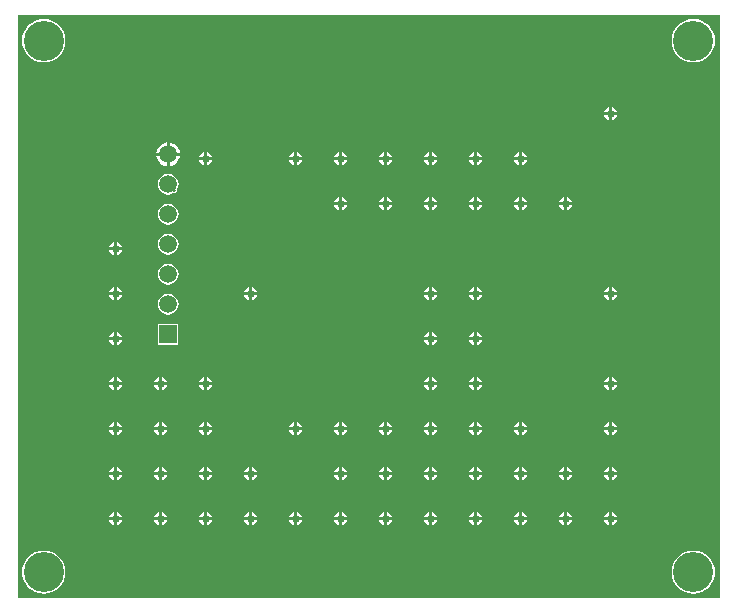
<source format=gbl>
G04*
G04 #@! TF.GenerationSoftware,Altium Limited,Altium Designer,18.1.6 (161)*
G04*
G04 Layer_Physical_Order=2*
G04 Layer_Color=16711680*
%FSLAX25Y25*%
%MOIN*%
G70*
G01*
G75*
%ADD13C,0.01000*%
%ADD36C,0.05906*%
%ADD37R,0.05906X0.05906*%
%ADD38C,0.02500*%
%ADD39C,0.13386*%
G36*
X471329Y168435D02*
X237332D01*
Y363061D01*
X471329D01*
Y168435D01*
D02*
G37*
%LPC*%
G36*
X462598Y361558D02*
X461188Y361420D01*
X459832Y361008D01*
X458583Y360340D01*
X457488Y359441D01*
X456589Y358346D01*
X455921Y357097D01*
X455510Y355741D01*
X455371Y354331D01*
X455510Y352921D01*
X455921Y351565D01*
X456589Y350315D01*
X457488Y349220D01*
X458583Y348321D01*
X459832Y347653D01*
X461188Y347242D01*
X462598Y347103D01*
X464009Y347242D01*
X465364Y347653D01*
X466614Y348321D01*
X467709Y349220D01*
X468608Y350315D01*
X469276Y351565D01*
X469687Y352921D01*
X469826Y354331D01*
X469687Y355741D01*
X469276Y357097D01*
X468608Y358346D01*
X467709Y359441D01*
X466614Y360340D01*
X465364Y361008D01*
X464009Y361420D01*
X462598Y361558D01*
D02*
G37*
G36*
X246063D02*
X244653Y361420D01*
X243297Y361008D01*
X242048Y360340D01*
X240952Y359441D01*
X240053Y358346D01*
X239386Y357097D01*
X238974Y355741D01*
X238835Y354331D01*
X238974Y352921D01*
X239386Y351565D01*
X240053Y350315D01*
X240952Y349220D01*
X242048Y348321D01*
X243297Y347653D01*
X244653Y347242D01*
X246063Y347103D01*
X247473Y347242D01*
X248829Y347653D01*
X250079Y348321D01*
X251174Y349220D01*
X252073Y350315D01*
X252741Y351565D01*
X253152Y352921D01*
X253291Y354331D01*
X253152Y355741D01*
X252741Y357097D01*
X252073Y358346D01*
X251174Y359441D01*
X250079Y360340D01*
X248829Y361008D01*
X247473Y361420D01*
X246063Y361558D01*
D02*
G37*
G36*
X435500Y332195D02*
Y330500D01*
X437195D01*
X437119Y330878D01*
X436622Y331622D01*
X435878Y332119D01*
X435500Y332195D01*
D02*
G37*
G36*
X434500D02*
X434122Y332119D01*
X433378Y331622D01*
X432881Y330878D01*
X432805Y330500D01*
X434500D01*
Y332195D01*
D02*
G37*
G36*
X437195Y329500D02*
X435500D01*
Y327805D01*
X435878Y327881D01*
X436622Y328378D01*
X437119Y329122D01*
X437195Y329500D01*
D02*
G37*
G36*
X434500D02*
X432805D01*
X432881Y329122D01*
X433378Y328378D01*
X434122Y327881D01*
X434500Y327805D01*
Y329500D01*
D02*
G37*
G36*
X288000Y320421D02*
Y317000D01*
X291421D01*
X291351Y317532D01*
X290953Y318493D01*
X290319Y319319D01*
X289493Y319953D01*
X288532Y320351D01*
X288000Y320421D01*
D02*
G37*
G36*
X287000D02*
X286468Y320351D01*
X285507Y319953D01*
X284681Y319319D01*
X284047Y318493D01*
X283649Y317532D01*
X283579Y317000D01*
X287000D01*
Y320421D01*
D02*
G37*
G36*
X405500Y317195D02*
Y315500D01*
X407195D01*
X407120Y315878D01*
X406622Y316622D01*
X405878Y317120D01*
X405500Y317195D01*
D02*
G37*
G36*
X404500D02*
X404122Y317120D01*
X403378Y316622D01*
X402880Y315878D01*
X402805Y315500D01*
X404500D01*
Y317195D01*
D02*
G37*
G36*
X390500D02*
Y315500D01*
X392195D01*
X392120Y315878D01*
X391622Y316622D01*
X390878Y317120D01*
X390500Y317195D01*
D02*
G37*
G36*
X389500D02*
X389122Y317120D01*
X388378Y316622D01*
X387880Y315878D01*
X387805Y315500D01*
X389500D01*
Y317195D01*
D02*
G37*
G36*
X375500D02*
Y315500D01*
X377195D01*
X377119Y315878D01*
X376622Y316622D01*
X375878Y317120D01*
X375500Y317195D01*
D02*
G37*
G36*
X374500D02*
X374122Y317120D01*
X373378Y316622D01*
X372881Y315878D01*
X372805Y315500D01*
X374500D01*
Y317195D01*
D02*
G37*
G36*
X360500D02*
Y315500D01*
X362195D01*
X362120Y315878D01*
X361622Y316622D01*
X360878Y317120D01*
X360500Y317195D01*
D02*
G37*
G36*
X359500D02*
X359122Y317120D01*
X358378Y316622D01*
X357880Y315878D01*
X357805Y315500D01*
X359500D01*
Y317195D01*
D02*
G37*
G36*
X345500D02*
Y315500D01*
X347195D01*
X347119Y315878D01*
X346622Y316622D01*
X345878Y317120D01*
X345500Y317195D01*
D02*
G37*
G36*
X344500D02*
X344122Y317120D01*
X343378Y316622D01*
X342881Y315878D01*
X342805Y315500D01*
X344500D01*
Y317195D01*
D02*
G37*
G36*
X330500D02*
Y315500D01*
X332195D01*
X332119Y315878D01*
X331622Y316622D01*
X330878Y317120D01*
X330500Y317195D01*
D02*
G37*
G36*
X329500D02*
X329122Y317120D01*
X328378Y316622D01*
X327881Y315878D01*
X327805Y315500D01*
X329500D01*
Y317195D01*
D02*
G37*
G36*
X300500D02*
Y315500D01*
X302195D01*
X302119Y315878D01*
X301622Y316622D01*
X300878Y317120D01*
X300500Y317195D01*
D02*
G37*
G36*
X299500D02*
X299122Y317120D01*
X298378Y316622D01*
X297881Y315878D01*
X297805Y315500D01*
X299500D01*
Y317195D01*
D02*
G37*
G36*
X407195Y314500D02*
X405500D01*
Y312805D01*
X405878Y312880D01*
X406622Y313378D01*
X407120Y314122D01*
X407195Y314500D01*
D02*
G37*
G36*
X404500D02*
X402805D01*
X402880Y314122D01*
X403378Y313378D01*
X404122Y312880D01*
X404500Y312805D01*
Y314500D01*
D02*
G37*
G36*
X392195D02*
X390500D01*
Y312805D01*
X390878Y312880D01*
X391622Y313378D01*
X392120Y314122D01*
X392195Y314500D01*
D02*
G37*
G36*
X389500D02*
X387805D01*
X387880Y314122D01*
X388378Y313378D01*
X389122Y312880D01*
X389500Y312805D01*
Y314500D01*
D02*
G37*
G36*
X377195D02*
X375500D01*
Y312805D01*
X375878Y312880D01*
X376622Y313378D01*
X377119Y314122D01*
X377195Y314500D01*
D02*
G37*
G36*
X374500D02*
X372805D01*
X372881Y314122D01*
X373378Y313378D01*
X374122Y312880D01*
X374500Y312805D01*
Y314500D01*
D02*
G37*
G36*
X362195D02*
X360500D01*
Y312805D01*
X360878Y312880D01*
X361622Y313378D01*
X362120Y314122D01*
X362195Y314500D01*
D02*
G37*
G36*
X359500D02*
X357805D01*
X357880Y314122D01*
X358378Y313378D01*
X359122Y312880D01*
X359500Y312805D01*
Y314500D01*
D02*
G37*
G36*
X347195D02*
X345500D01*
Y312805D01*
X345878Y312880D01*
X346622Y313378D01*
X347119Y314122D01*
X347195Y314500D01*
D02*
G37*
G36*
X344500D02*
X342805D01*
X342881Y314122D01*
X343378Y313378D01*
X344122Y312880D01*
X344500Y312805D01*
Y314500D01*
D02*
G37*
G36*
X332195D02*
X330500D01*
Y312805D01*
X330878Y312880D01*
X331622Y313378D01*
X332119Y314122D01*
X332195Y314500D01*
D02*
G37*
G36*
X329500D02*
X327805D01*
X327881Y314122D01*
X328378Y313378D01*
X329122Y312880D01*
X329500Y312805D01*
Y314500D01*
D02*
G37*
G36*
X302195D02*
X300500D01*
Y312805D01*
X300878Y312880D01*
X301622Y313378D01*
X302119Y314122D01*
X302195Y314500D01*
D02*
G37*
G36*
X299500D02*
X297805D01*
X297881Y314122D01*
X298378Y313378D01*
X299122Y312880D01*
X299500Y312805D01*
Y314500D01*
D02*
G37*
G36*
X291421Y316000D02*
X288000D01*
Y312579D01*
X288532Y312649D01*
X289493Y313047D01*
X290319Y313681D01*
X290953Y314507D01*
X291351Y315468D01*
X291421Y316000D01*
D02*
G37*
G36*
X287000D02*
X283579D01*
X283649Y315468D01*
X284047Y314507D01*
X284681Y313681D01*
X285507Y313047D01*
X286468Y312649D01*
X287000Y312579D01*
Y316000D01*
D02*
G37*
G36*
X287500Y309982D02*
X286599Y309864D01*
X285759Y309516D01*
X285037Y308962D01*
X284484Y308241D01*
X284136Y307401D01*
X284017Y306500D01*
X284136Y305599D01*
X284484Y304759D01*
X285037Y304037D01*
X285759Y303484D01*
X286599Y303136D01*
X287500Y303017D01*
X288401Y303136D01*
X289241Y303484D01*
X289291Y303522D01*
X289500Y303480D01*
X289890Y303558D01*
X290221Y303779D01*
X290442Y304110D01*
X290520Y304500D01*
X290478Y304709D01*
X290516Y304759D01*
X290864Y305599D01*
X290983Y306500D01*
X290864Y307401D01*
X290516Y308241D01*
X289963Y308962D01*
X289241Y309516D01*
X288401Y309864D01*
X287500Y309982D01*
D02*
G37*
G36*
X420500Y302195D02*
Y300500D01*
X422195D01*
X422119Y300878D01*
X421622Y301622D01*
X420878Y302119D01*
X420500Y302195D01*
D02*
G37*
G36*
X419500D02*
X419122Y302119D01*
X418378Y301622D01*
X417881Y300878D01*
X417805Y300500D01*
X419500D01*
Y302195D01*
D02*
G37*
G36*
X405500D02*
Y300500D01*
X407195D01*
X407120Y300878D01*
X406622Y301622D01*
X405878Y302119D01*
X405500Y302195D01*
D02*
G37*
G36*
X404500D02*
X404122Y302119D01*
X403378Y301622D01*
X402880Y300878D01*
X402805Y300500D01*
X404500D01*
Y302195D01*
D02*
G37*
G36*
X390500D02*
Y300500D01*
X392195D01*
X392120Y300878D01*
X391622Y301622D01*
X390878Y302119D01*
X390500Y302195D01*
D02*
G37*
G36*
X389500D02*
X389122Y302119D01*
X388378Y301622D01*
X387880Y300878D01*
X387805Y300500D01*
X389500D01*
Y302195D01*
D02*
G37*
G36*
X375500D02*
Y300500D01*
X377195D01*
X377119Y300878D01*
X376622Y301622D01*
X375878Y302119D01*
X375500Y302195D01*
D02*
G37*
G36*
X374500D02*
X374122Y302119D01*
X373378Y301622D01*
X372881Y300878D01*
X372805Y300500D01*
X374500D01*
Y302195D01*
D02*
G37*
G36*
X360500D02*
Y300500D01*
X362195D01*
X362120Y300878D01*
X361622Y301622D01*
X360878Y302119D01*
X360500Y302195D01*
D02*
G37*
G36*
X359500D02*
X359122Y302119D01*
X358378Y301622D01*
X357880Y300878D01*
X357805Y300500D01*
X359500D01*
Y302195D01*
D02*
G37*
G36*
X345500D02*
Y300500D01*
X347195D01*
X347119Y300878D01*
X346622Y301622D01*
X345878Y302119D01*
X345500Y302195D01*
D02*
G37*
G36*
X344500D02*
X344122Y302119D01*
X343378Y301622D01*
X342881Y300878D01*
X342805Y300500D01*
X344500D01*
Y302195D01*
D02*
G37*
G36*
X422195Y299500D02*
X420500D01*
Y297805D01*
X420878Y297881D01*
X421622Y298378D01*
X422119Y299122D01*
X422195Y299500D01*
D02*
G37*
G36*
X419500D02*
X417805D01*
X417881Y299122D01*
X418378Y298378D01*
X419122Y297881D01*
X419500Y297805D01*
Y299500D01*
D02*
G37*
G36*
X407195D02*
X405500D01*
Y297805D01*
X405878Y297881D01*
X406622Y298378D01*
X407120Y299122D01*
X407195Y299500D01*
D02*
G37*
G36*
X404500D02*
X402805D01*
X402880Y299122D01*
X403378Y298378D01*
X404122Y297881D01*
X404500Y297805D01*
Y299500D01*
D02*
G37*
G36*
X392195D02*
X390500D01*
Y297805D01*
X390878Y297881D01*
X391622Y298378D01*
X392120Y299122D01*
X392195Y299500D01*
D02*
G37*
G36*
X389500D02*
X387805D01*
X387880Y299122D01*
X388378Y298378D01*
X389122Y297881D01*
X389500Y297805D01*
Y299500D01*
D02*
G37*
G36*
X377195D02*
X375500D01*
Y297805D01*
X375878Y297881D01*
X376622Y298378D01*
X377119Y299122D01*
X377195Y299500D01*
D02*
G37*
G36*
X374500D02*
X372805D01*
X372881Y299122D01*
X373378Y298378D01*
X374122Y297881D01*
X374500Y297805D01*
Y299500D01*
D02*
G37*
G36*
X362195D02*
X360500D01*
Y297805D01*
X360878Y297881D01*
X361622Y298378D01*
X362120Y299122D01*
X362195Y299500D01*
D02*
G37*
G36*
X359500D02*
X357805D01*
X357880Y299122D01*
X358378Y298378D01*
X359122Y297881D01*
X359500Y297805D01*
Y299500D01*
D02*
G37*
G36*
X347195D02*
X345500D01*
Y297805D01*
X345878Y297881D01*
X346622Y298378D01*
X347119Y299122D01*
X347195Y299500D01*
D02*
G37*
G36*
X344500D02*
X342805D01*
X342881Y299122D01*
X343378Y298378D01*
X344122Y297881D01*
X344500Y297805D01*
Y299500D01*
D02*
G37*
G36*
X287500Y299983D02*
X286599Y299864D01*
X285759Y299516D01*
X285037Y298962D01*
X284484Y298241D01*
X284136Y297401D01*
X284017Y296500D01*
X284136Y295599D01*
X284484Y294759D01*
X285037Y294038D01*
X285759Y293484D01*
X286599Y293136D01*
X287500Y293018D01*
X288401Y293136D01*
X289241Y293484D01*
X289963Y294038D01*
X290516Y294759D01*
X290864Y295599D01*
X290983Y296500D01*
X290864Y297401D01*
X290516Y298241D01*
X289963Y298962D01*
X289241Y299516D01*
X288401Y299864D01*
X287500Y299983D01*
D02*
G37*
G36*
X270500Y287195D02*
Y285500D01*
X272195D01*
X272119Y285878D01*
X271622Y286622D01*
X270878Y287120D01*
X270500Y287195D01*
D02*
G37*
G36*
X269500D02*
X269122Y287120D01*
X268378Y286622D01*
X267881Y285878D01*
X267805Y285500D01*
X269500D01*
Y287195D01*
D02*
G37*
G36*
X287500Y289983D02*
X286599Y289864D01*
X285759Y289516D01*
X285037Y288963D01*
X284484Y288241D01*
X284136Y287401D01*
X284017Y286500D01*
X284136Y285599D01*
X284484Y284759D01*
X285037Y284037D01*
X285759Y283484D01*
X286599Y283136D01*
X287500Y283017D01*
X288401Y283136D01*
X289241Y283484D01*
X289963Y284037D01*
X290516Y284759D01*
X290864Y285599D01*
X290983Y286500D01*
X290864Y287401D01*
X290516Y288241D01*
X289963Y288963D01*
X289241Y289516D01*
X288401Y289864D01*
X287500Y289983D01*
D02*
G37*
G36*
X272195Y284500D02*
X270500D01*
Y282805D01*
X270878Y282880D01*
X271622Y283378D01*
X272119Y284122D01*
X272195Y284500D01*
D02*
G37*
G36*
X269500D02*
X267805D01*
X267881Y284122D01*
X268378Y283378D01*
X269122Y282880D01*
X269500Y282805D01*
Y284500D01*
D02*
G37*
G36*
X287500Y279982D02*
X286599Y279864D01*
X285759Y279516D01*
X285037Y278962D01*
X284484Y278241D01*
X284136Y277401D01*
X284017Y276500D01*
X284136Y275599D01*
X284484Y274759D01*
X285037Y274038D01*
X285759Y273484D01*
X286599Y273136D01*
X287500Y273018D01*
X288401Y273136D01*
X289241Y273484D01*
X289963Y274038D01*
X290516Y274759D01*
X290864Y275599D01*
X290983Y276500D01*
X290864Y277401D01*
X290516Y278241D01*
X289963Y278962D01*
X289241Y279516D01*
X288401Y279864D01*
X287500Y279982D01*
D02*
G37*
G36*
X435500Y272195D02*
Y270500D01*
X437195D01*
X437119Y270878D01*
X436622Y271622D01*
X435878Y272119D01*
X435500Y272195D01*
D02*
G37*
G36*
X434500D02*
X434122Y272119D01*
X433378Y271622D01*
X432881Y270878D01*
X432805Y270500D01*
X434500D01*
Y272195D01*
D02*
G37*
G36*
X390500D02*
Y270500D01*
X392195D01*
X392120Y270878D01*
X391622Y271622D01*
X390878Y272119D01*
X390500Y272195D01*
D02*
G37*
G36*
X389500D02*
X389122Y272119D01*
X388378Y271622D01*
X387880Y270878D01*
X387805Y270500D01*
X389500D01*
Y272195D01*
D02*
G37*
G36*
X375500D02*
Y270500D01*
X377195D01*
X377119Y270878D01*
X376622Y271622D01*
X375878Y272119D01*
X375500Y272195D01*
D02*
G37*
G36*
X374500D02*
X374122Y272119D01*
X373378Y271622D01*
X372881Y270878D01*
X372805Y270500D01*
X374500D01*
Y272195D01*
D02*
G37*
G36*
X315500D02*
Y270500D01*
X317195D01*
X317120Y270878D01*
X316622Y271622D01*
X315878Y272119D01*
X315500Y272195D01*
D02*
G37*
G36*
X314500D02*
X314122Y272119D01*
X313378Y271622D01*
X312880Y270878D01*
X312805Y270500D01*
X314500D01*
Y272195D01*
D02*
G37*
G36*
X270500D02*
Y270500D01*
X272195D01*
X272119Y270878D01*
X271622Y271622D01*
X270878Y272119D01*
X270500Y272195D01*
D02*
G37*
G36*
X269500D02*
X269122Y272119D01*
X268378Y271622D01*
X267881Y270878D01*
X267805Y270500D01*
X269500D01*
Y272195D01*
D02*
G37*
G36*
X437195Y269500D02*
X435500D01*
Y267805D01*
X435878Y267881D01*
X436622Y268378D01*
X437119Y269122D01*
X437195Y269500D01*
D02*
G37*
G36*
X434500D02*
X432805D01*
X432881Y269122D01*
X433378Y268378D01*
X434122Y267881D01*
X434500Y267805D01*
Y269500D01*
D02*
G37*
G36*
X392195D02*
X390500D01*
Y267805D01*
X390878Y267881D01*
X391622Y268378D01*
X392120Y269122D01*
X392195Y269500D01*
D02*
G37*
G36*
X389500D02*
X387805D01*
X387880Y269122D01*
X388378Y268378D01*
X389122Y267881D01*
X389500Y267805D01*
Y269500D01*
D02*
G37*
G36*
X377195D02*
X375500D01*
Y267805D01*
X375878Y267881D01*
X376622Y268378D01*
X377119Y269122D01*
X377195Y269500D01*
D02*
G37*
G36*
X374500D02*
X372805D01*
X372881Y269122D01*
X373378Y268378D01*
X374122Y267881D01*
X374500Y267805D01*
Y269500D01*
D02*
G37*
G36*
X317195D02*
X315500D01*
Y267805D01*
X315878Y267881D01*
X316622Y268378D01*
X317120Y269122D01*
X317195Y269500D01*
D02*
G37*
G36*
X314500D02*
X312805D01*
X312880Y269122D01*
X313378Y268378D01*
X314122Y267881D01*
X314500Y267805D01*
Y269500D01*
D02*
G37*
G36*
X272195D02*
X270500D01*
Y267805D01*
X270878Y267881D01*
X271622Y268378D01*
X272119Y269122D01*
X272195Y269500D01*
D02*
G37*
G36*
X269500D02*
X267805D01*
X267881Y269122D01*
X268378Y268378D01*
X269122Y267881D01*
X269500Y267805D01*
Y269500D01*
D02*
G37*
G36*
X287500Y269983D02*
X286599Y269864D01*
X285759Y269516D01*
X285037Y268963D01*
X284484Y268241D01*
X284136Y267401D01*
X284017Y266500D01*
X284136Y265599D01*
X284484Y264759D01*
X285037Y264037D01*
X285759Y263484D01*
X286599Y263136D01*
X287500Y263018D01*
X288401Y263136D01*
X289241Y263484D01*
X289963Y264037D01*
X290516Y264759D01*
X290864Y265599D01*
X290983Y266500D01*
X290864Y267401D01*
X290516Y268241D01*
X289963Y268963D01*
X289241Y269516D01*
X288401Y269864D01*
X287500Y269983D01*
D02*
G37*
G36*
X390500Y257195D02*
Y255500D01*
X392195D01*
X392120Y255878D01*
X391622Y256622D01*
X390878Y257119D01*
X390500Y257195D01*
D02*
G37*
G36*
X389500D02*
X389122Y257119D01*
X388378Y256622D01*
X387880Y255878D01*
X387805Y255500D01*
X389500D01*
Y257195D01*
D02*
G37*
G36*
X375500D02*
Y255500D01*
X377195D01*
X377119Y255878D01*
X376622Y256622D01*
X375878Y257119D01*
X375500Y257195D01*
D02*
G37*
G36*
X374500D02*
X374122Y257119D01*
X373378Y256622D01*
X372881Y255878D01*
X372805Y255500D01*
X374500D01*
Y257195D01*
D02*
G37*
G36*
X270500D02*
Y255500D01*
X272195D01*
X272119Y255878D01*
X271622Y256622D01*
X270878Y257119D01*
X270500Y257195D01*
D02*
G37*
G36*
X269500D02*
X269122Y257119D01*
X268378Y256622D01*
X267881Y255878D01*
X267805Y255500D01*
X269500D01*
Y257195D01*
D02*
G37*
G36*
X290953Y259953D02*
X284047D01*
Y253047D01*
X290953D01*
Y259953D01*
D02*
G37*
G36*
X392195Y254500D02*
X390500D01*
Y252805D01*
X390878Y252881D01*
X391622Y253378D01*
X392120Y254122D01*
X392195Y254500D01*
D02*
G37*
G36*
X389500D02*
X387805D01*
X387880Y254122D01*
X388378Y253378D01*
X389122Y252881D01*
X389500Y252805D01*
Y254500D01*
D02*
G37*
G36*
X377195D02*
X375500D01*
Y252805D01*
X375878Y252881D01*
X376622Y253378D01*
X377119Y254122D01*
X377195Y254500D01*
D02*
G37*
G36*
X374500D02*
X372805D01*
X372881Y254122D01*
X373378Y253378D01*
X374122Y252881D01*
X374500Y252805D01*
Y254500D01*
D02*
G37*
G36*
X272195D02*
X270500D01*
Y252805D01*
X270878Y252881D01*
X271622Y253378D01*
X272119Y254122D01*
X272195Y254500D01*
D02*
G37*
G36*
X269500D02*
X267805D01*
X267881Y254122D01*
X268378Y253378D01*
X269122Y252881D01*
X269500Y252805D01*
Y254500D01*
D02*
G37*
G36*
X435500Y242195D02*
Y240500D01*
X437195D01*
X437119Y240878D01*
X436622Y241622D01*
X435878Y242120D01*
X435500Y242195D01*
D02*
G37*
G36*
X434500D02*
X434122Y242120D01*
X433378Y241622D01*
X432881Y240878D01*
X432805Y240500D01*
X434500D01*
Y242195D01*
D02*
G37*
G36*
X390500D02*
Y240500D01*
X392195D01*
X392120Y240878D01*
X391622Y241622D01*
X390878Y242120D01*
X390500Y242195D01*
D02*
G37*
G36*
X389500D02*
X389122Y242120D01*
X388378Y241622D01*
X387880Y240878D01*
X387805Y240500D01*
X389500D01*
Y242195D01*
D02*
G37*
G36*
X375500D02*
Y240500D01*
X377195D01*
X377119Y240878D01*
X376622Y241622D01*
X375878Y242120D01*
X375500Y242195D01*
D02*
G37*
G36*
X374500D02*
X374122Y242120D01*
X373378Y241622D01*
X372881Y240878D01*
X372805Y240500D01*
X374500D01*
Y242195D01*
D02*
G37*
G36*
X300500D02*
Y240500D01*
X302195D01*
X302119Y240878D01*
X301622Y241622D01*
X300878Y242120D01*
X300500Y242195D01*
D02*
G37*
G36*
X299500D02*
X299122Y242120D01*
X298378Y241622D01*
X297881Y240878D01*
X297805Y240500D01*
X299500D01*
Y242195D01*
D02*
G37*
G36*
X285500D02*
Y240500D01*
X287195D01*
X287120Y240878D01*
X286622Y241622D01*
X285878Y242120D01*
X285500Y242195D01*
D02*
G37*
G36*
X284500D02*
X284122Y242120D01*
X283378Y241622D01*
X282880Y240878D01*
X282805Y240500D01*
X284500D01*
Y242195D01*
D02*
G37*
G36*
X270500D02*
Y240500D01*
X272195D01*
X272119Y240878D01*
X271622Y241622D01*
X270878Y242120D01*
X270500Y242195D01*
D02*
G37*
G36*
X269500D02*
X269122Y242120D01*
X268378Y241622D01*
X267881Y240878D01*
X267805Y240500D01*
X269500D01*
Y242195D01*
D02*
G37*
G36*
X437195Y239500D02*
X435500D01*
Y237805D01*
X435878Y237880D01*
X436622Y238378D01*
X437119Y239122D01*
X437195Y239500D01*
D02*
G37*
G36*
X434500D02*
X432805D01*
X432881Y239122D01*
X433378Y238378D01*
X434122Y237880D01*
X434500Y237805D01*
Y239500D01*
D02*
G37*
G36*
X392195D02*
X390500D01*
Y237805D01*
X390878Y237880D01*
X391622Y238378D01*
X392120Y239122D01*
X392195Y239500D01*
D02*
G37*
G36*
X389500D02*
X387805D01*
X387880Y239122D01*
X388378Y238378D01*
X389122Y237880D01*
X389500Y237805D01*
Y239500D01*
D02*
G37*
G36*
X377195D02*
X375500D01*
Y237805D01*
X375878Y237880D01*
X376622Y238378D01*
X377119Y239122D01*
X377195Y239500D01*
D02*
G37*
G36*
X374500D02*
X372805D01*
X372881Y239122D01*
X373378Y238378D01*
X374122Y237880D01*
X374500Y237805D01*
Y239500D01*
D02*
G37*
G36*
X302195D02*
X300500D01*
Y237805D01*
X300878Y237880D01*
X301622Y238378D01*
X302119Y239122D01*
X302195Y239500D01*
D02*
G37*
G36*
X299500D02*
X297805D01*
X297881Y239122D01*
X298378Y238378D01*
X299122Y237880D01*
X299500Y237805D01*
Y239500D01*
D02*
G37*
G36*
X287195D02*
X285500D01*
Y237805D01*
X285878Y237880D01*
X286622Y238378D01*
X287120Y239122D01*
X287195Y239500D01*
D02*
G37*
G36*
X284500D02*
X282805D01*
X282880Y239122D01*
X283378Y238378D01*
X284122Y237880D01*
X284500Y237805D01*
Y239500D01*
D02*
G37*
G36*
X272195D02*
X270500D01*
Y237805D01*
X270878Y237880D01*
X271622Y238378D01*
X272119Y239122D01*
X272195Y239500D01*
D02*
G37*
G36*
X269500D02*
X267805D01*
X267881Y239122D01*
X268378Y238378D01*
X269122Y237880D01*
X269500Y237805D01*
Y239500D01*
D02*
G37*
G36*
X435500Y227195D02*
Y225500D01*
X437195D01*
X437119Y225878D01*
X436622Y226622D01*
X435878Y227119D01*
X435500Y227195D01*
D02*
G37*
G36*
X434500D02*
X434122Y227119D01*
X433378Y226622D01*
X432881Y225878D01*
X432805Y225500D01*
X434500D01*
Y227195D01*
D02*
G37*
G36*
X405500D02*
Y225500D01*
X407195D01*
X407120Y225878D01*
X406622Y226622D01*
X405878Y227119D01*
X405500Y227195D01*
D02*
G37*
G36*
X404500D02*
X404122Y227119D01*
X403378Y226622D01*
X402880Y225878D01*
X402805Y225500D01*
X404500D01*
Y227195D01*
D02*
G37*
G36*
X390500D02*
Y225500D01*
X392195D01*
X392120Y225878D01*
X391622Y226622D01*
X390878Y227119D01*
X390500Y227195D01*
D02*
G37*
G36*
X389500D02*
X389122Y227119D01*
X388378Y226622D01*
X387880Y225878D01*
X387805Y225500D01*
X389500D01*
Y227195D01*
D02*
G37*
G36*
X375500D02*
Y225500D01*
X377195D01*
X377119Y225878D01*
X376622Y226622D01*
X375878Y227119D01*
X375500Y227195D01*
D02*
G37*
G36*
X374500D02*
X374122Y227119D01*
X373378Y226622D01*
X372881Y225878D01*
X372805Y225500D01*
X374500D01*
Y227195D01*
D02*
G37*
G36*
X360500D02*
Y225500D01*
X362195D01*
X362120Y225878D01*
X361622Y226622D01*
X360878Y227119D01*
X360500Y227195D01*
D02*
G37*
G36*
X359500D02*
X359122Y227119D01*
X358378Y226622D01*
X357880Y225878D01*
X357805Y225500D01*
X359500D01*
Y227195D01*
D02*
G37*
G36*
X345500D02*
Y225500D01*
X347195D01*
X347119Y225878D01*
X346622Y226622D01*
X345878Y227119D01*
X345500Y227195D01*
D02*
G37*
G36*
X344500D02*
X344122Y227119D01*
X343378Y226622D01*
X342881Y225878D01*
X342805Y225500D01*
X344500D01*
Y227195D01*
D02*
G37*
G36*
X330500D02*
Y225500D01*
X332195D01*
X332119Y225878D01*
X331622Y226622D01*
X330878Y227119D01*
X330500Y227195D01*
D02*
G37*
G36*
X329500D02*
X329122Y227119D01*
X328378Y226622D01*
X327881Y225878D01*
X327805Y225500D01*
X329500D01*
Y227195D01*
D02*
G37*
G36*
X300500D02*
Y225500D01*
X302195D01*
X302119Y225878D01*
X301622Y226622D01*
X300878Y227119D01*
X300500Y227195D01*
D02*
G37*
G36*
X299500D02*
X299122Y227119D01*
X298378Y226622D01*
X297881Y225878D01*
X297805Y225500D01*
X299500D01*
Y227195D01*
D02*
G37*
G36*
X285500D02*
Y225500D01*
X287195D01*
X287120Y225878D01*
X286622Y226622D01*
X285878Y227119D01*
X285500Y227195D01*
D02*
G37*
G36*
X284500D02*
X284122Y227119D01*
X283378Y226622D01*
X282880Y225878D01*
X282805Y225500D01*
X284500D01*
Y227195D01*
D02*
G37*
G36*
X270500D02*
Y225500D01*
X272195D01*
X272119Y225878D01*
X271622Y226622D01*
X270878Y227119D01*
X270500Y227195D01*
D02*
G37*
G36*
X269500D02*
X269122Y227119D01*
X268378Y226622D01*
X267881Y225878D01*
X267805Y225500D01*
X269500D01*
Y227195D01*
D02*
G37*
G36*
X437195Y224500D02*
X435500D01*
Y222805D01*
X435878Y222881D01*
X436622Y223378D01*
X437119Y224122D01*
X437195Y224500D01*
D02*
G37*
G36*
X434500D02*
X432805D01*
X432881Y224122D01*
X433378Y223378D01*
X434122Y222881D01*
X434500Y222805D01*
Y224500D01*
D02*
G37*
G36*
X407195D02*
X405500D01*
Y222805D01*
X405878Y222881D01*
X406622Y223378D01*
X407120Y224122D01*
X407195Y224500D01*
D02*
G37*
G36*
X404500D02*
X402805D01*
X402880Y224122D01*
X403378Y223378D01*
X404122Y222881D01*
X404500Y222805D01*
Y224500D01*
D02*
G37*
G36*
X392195D02*
X390500D01*
Y222805D01*
X390878Y222881D01*
X391622Y223378D01*
X392120Y224122D01*
X392195Y224500D01*
D02*
G37*
G36*
X389500D02*
X387805D01*
X387880Y224122D01*
X388378Y223378D01*
X389122Y222881D01*
X389500Y222805D01*
Y224500D01*
D02*
G37*
G36*
X377195D02*
X375500D01*
Y222805D01*
X375878Y222881D01*
X376622Y223378D01*
X377119Y224122D01*
X377195Y224500D01*
D02*
G37*
G36*
X374500D02*
X372805D01*
X372881Y224122D01*
X373378Y223378D01*
X374122Y222881D01*
X374500Y222805D01*
Y224500D01*
D02*
G37*
G36*
X362195D02*
X360500D01*
Y222805D01*
X360878Y222881D01*
X361622Y223378D01*
X362120Y224122D01*
X362195Y224500D01*
D02*
G37*
G36*
X359500D02*
X357805D01*
X357880Y224122D01*
X358378Y223378D01*
X359122Y222881D01*
X359500Y222805D01*
Y224500D01*
D02*
G37*
G36*
X347195D02*
X345500D01*
Y222805D01*
X345878Y222881D01*
X346622Y223378D01*
X347119Y224122D01*
X347195Y224500D01*
D02*
G37*
G36*
X344500D02*
X342805D01*
X342881Y224122D01*
X343378Y223378D01*
X344122Y222881D01*
X344500Y222805D01*
Y224500D01*
D02*
G37*
G36*
X332195D02*
X330500D01*
Y222805D01*
X330878Y222881D01*
X331622Y223378D01*
X332119Y224122D01*
X332195Y224500D01*
D02*
G37*
G36*
X329500D02*
X327805D01*
X327881Y224122D01*
X328378Y223378D01*
X329122Y222881D01*
X329500Y222805D01*
Y224500D01*
D02*
G37*
G36*
X302195D02*
X300500D01*
Y222805D01*
X300878Y222881D01*
X301622Y223378D01*
X302119Y224122D01*
X302195Y224500D01*
D02*
G37*
G36*
X299500D02*
X297805D01*
X297881Y224122D01*
X298378Y223378D01*
X299122Y222881D01*
X299500Y222805D01*
Y224500D01*
D02*
G37*
G36*
X287195D02*
X285500D01*
Y222805D01*
X285878Y222881D01*
X286622Y223378D01*
X287120Y224122D01*
X287195Y224500D01*
D02*
G37*
G36*
X284500D02*
X282805D01*
X282880Y224122D01*
X283378Y223378D01*
X284122Y222881D01*
X284500Y222805D01*
Y224500D01*
D02*
G37*
G36*
X272195D02*
X270500D01*
Y222805D01*
X270878Y222881D01*
X271622Y223378D01*
X272119Y224122D01*
X272195Y224500D01*
D02*
G37*
G36*
X269500D02*
X267805D01*
X267881Y224122D01*
X268378Y223378D01*
X269122Y222881D01*
X269500Y222805D01*
Y224500D01*
D02*
G37*
G36*
X435500Y212195D02*
Y210500D01*
X437195D01*
X437119Y210878D01*
X436622Y211622D01*
X435878Y212120D01*
X435500Y212195D01*
D02*
G37*
G36*
X434500D02*
X434122Y212120D01*
X433378Y211622D01*
X432881Y210878D01*
X432805Y210500D01*
X434500D01*
Y212195D01*
D02*
G37*
G36*
X420500D02*
Y210500D01*
X422195D01*
X422119Y210878D01*
X421622Y211622D01*
X420878Y212120D01*
X420500Y212195D01*
D02*
G37*
G36*
X419500D02*
X419122Y212120D01*
X418378Y211622D01*
X417881Y210878D01*
X417805Y210500D01*
X419500D01*
Y212195D01*
D02*
G37*
G36*
X405500D02*
Y210500D01*
X407195D01*
X407120Y210878D01*
X406622Y211622D01*
X405878Y212120D01*
X405500Y212195D01*
D02*
G37*
G36*
X404500D02*
X404122Y212120D01*
X403378Y211622D01*
X402880Y210878D01*
X402805Y210500D01*
X404500D01*
Y212195D01*
D02*
G37*
G36*
X390500D02*
Y210500D01*
X392195D01*
X392120Y210878D01*
X391622Y211622D01*
X390878Y212120D01*
X390500Y212195D01*
D02*
G37*
G36*
X389500D02*
X389122Y212120D01*
X388378Y211622D01*
X387880Y210878D01*
X387805Y210500D01*
X389500D01*
Y212195D01*
D02*
G37*
G36*
X375500D02*
Y210500D01*
X377195D01*
X377119Y210878D01*
X376622Y211622D01*
X375878Y212120D01*
X375500Y212195D01*
D02*
G37*
G36*
X374500D02*
X374122Y212120D01*
X373378Y211622D01*
X372881Y210878D01*
X372805Y210500D01*
X374500D01*
Y212195D01*
D02*
G37*
G36*
X360500D02*
Y210500D01*
X362195D01*
X362120Y210878D01*
X361622Y211622D01*
X360878Y212120D01*
X360500Y212195D01*
D02*
G37*
G36*
X359500D02*
X359122Y212120D01*
X358378Y211622D01*
X357880Y210878D01*
X357805Y210500D01*
X359500D01*
Y212195D01*
D02*
G37*
G36*
X345500D02*
Y210500D01*
X347195D01*
X347119Y210878D01*
X346622Y211622D01*
X345878Y212120D01*
X345500Y212195D01*
D02*
G37*
G36*
X344500D02*
X344122Y212120D01*
X343378Y211622D01*
X342881Y210878D01*
X342805Y210500D01*
X344500D01*
Y212195D01*
D02*
G37*
G36*
X315500D02*
Y210500D01*
X317195D01*
X317120Y210878D01*
X316622Y211622D01*
X315878Y212120D01*
X315500Y212195D01*
D02*
G37*
G36*
X314500D02*
X314122Y212120D01*
X313378Y211622D01*
X312880Y210878D01*
X312805Y210500D01*
X314500D01*
Y212195D01*
D02*
G37*
G36*
X300500D02*
Y210500D01*
X302195D01*
X302119Y210878D01*
X301622Y211622D01*
X300878Y212120D01*
X300500Y212195D01*
D02*
G37*
G36*
X299500D02*
X299122Y212120D01*
X298378Y211622D01*
X297881Y210878D01*
X297805Y210500D01*
X299500D01*
Y212195D01*
D02*
G37*
G36*
X285500D02*
Y210500D01*
X287195D01*
X287120Y210878D01*
X286622Y211622D01*
X285878Y212120D01*
X285500Y212195D01*
D02*
G37*
G36*
X284500D02*
X284122Y212120D01*
X283378Y211622D01*
X282880Y210878D01*
X282805Y210500D01*
X284500D01*
Y212195D01*
D02*
G37*
G36*
X270500D02*
Y210500D01*
X272195D01*
X272119Y210878D01*
X271622Y211622D01*
X270878Y212120D01*
X270500Y212195D01*
D02*
G37*
G36*
X269500D02*
X269122Y212120D01*
X268378Y211622D01*
X267881Y210878D01*
X267805Y210500D01*
X269500D01*
Y212195D01*
D02*
G37*
G36*
X437195Y209500D02*
X435500D01*
Y207805D01*
X435878Y207880D01*
X436622Y208378D01*
X437119Y209122D01*
X437195Y209500D01*
D02*
G37*
G36*
X434500D02*
X432805D01*
X432881Y209122D01*
X433378Y208378D01*
X434122Y207880D01*
X434500Y207805D01*
Y209500D01*
D02*
G37*
G36*
X422195D02*
X420500D01*
Y207805D01*
X420878Y207880D01*
X421622Y208378D01*
X422119Y209122D01*
X422195Y209500D01*
D02*
G37*
G36*
X419500D02*
X417805D01*
X417881Y209122D01*
X418378Y208378D01*
X419122Y207880D01*
X419500Y207805D01*
Y209500D01*
D02*
G37*
G36*
X407195D02*
X405500D01*
Y207805D01*
X405878Y207880D01*
X406622Y208378D01*
X407120Y209122D01*
X407195Y209500D01*
D02*
G37*
G36*
X404500D02*
X402805D01*
X402880Y209122D01*
X403378Y208378D01*
X404122Y207880D01*
X404500Y207805D01*
Y209500D01*
D02*
G37*
G36*
X392195D02*
X390500D01*
Y207805D01*
X390878Y207880D01*
X391622Y208378D01*
X392120Y209122D01*
X392195Y209500D01*
D02*
G37*
G36*
X389500D02*
X387805D01*
X387880Y209122D01*
X388378Y208378D01*
X389122Y207880D01*
X389500Y207805D01*
Y209500D01*
D02*
G37*
G36*
X377195D02*
X375500D01*
Y207805D01*
X375878Y207880D01*
X376622Y208378D01*
X377119Y209122D01*
X377195Y209500D01*
D02*
G37*
G36*
X374500D02*
X372805D01*
X372881Y209122D01*
X373378Y208378D01*
X374122Y207880D01*
X374500Y207805D01*
Y209500D01*
D02*
G37*
G36*
X362195D02*
X360500D01*
Y207805D01*
X360878Y207880D01*
X361622Y208378D01*
X362120Y209122D01*
X362195Y209500D01*
D02*
G37*
G36*
X359500D02*
X357805D01*
X357880Y209122D01*
X358378Y208378D01*
X359122Y207880D01*
X359500Y207805D01*
Y209500D01*
D02*
G37*
G36*
X347195D02*
X345500D01*
Y207805D01*
X345878Y207880D01*
X346622Y208378D01*
X347119Y209122D01*
X347195Y209500D01*
D02*
G37*
G36*
X344500D02*
X342805D01*
X342881Y209122D01*
X343378Y208378D01*
X344122Y207880D01*
X344500Y207805D01*
Y209500D01*
D02*
G37*
G36*
X317195D02*
X315500D01*
Y207805D01*
X315878Y207880D01*
X316622Y208378D01*
X317120Y209122D01*
X317195Y209500D01*
D02*
G37*
G36*
X314500D02*
X312805D01*
X312880Y209122D01*
X313378Y208378D01*
X314122Y207880D01*
X314500Y207805D01*
Y209500D01*
D02*
G37*
G36*
X302195D02*
X300500D01*
Y207805D01*
X300878Y207880D01*
X301622Y208378D01*
X302119Y209122D01*
X302195Y209500D01*
D02*
G37*
G36*
X299500D02*
X297805D01*
X297881Y209122D01*
X298378Y208378D01*
X299122Y207880D01*
X299500Y207805D01*
Y209500D01*
D02*
G37*
G36*
X287195D02*
X285500D01*
Y207805D01*
X285878Y207880D01*
X286622Y208378D01*
X287120Y209122D01*
X287195Y209500D01*
D02*
G37*
G36*
X284500D02*
X282805D01*
X282880Y209122D01*
X283378Y208378D01*
X284122Y207880D01*
X284500Y207805D01*
Y209500D01*
D02*
G37*
G36*
X272195D02*
X270500D01*
Y207805D01*
X270878Y207880D01*
X271622Y208378D01*
X272119Y209122D01*
X272195Y209500D01*
D02*
G37*
G36*
X269500D02*
X267805D01*
X267881Y209122D01*
X268378Y208378D01*
X269122Y207880D01*
X269500Y207805D01*
Y209500D01*
D02*
G37*
G36*
X435500Y197195D02*
Y195500D01*
X437195D01*
X437119Y195878D01*
X436622Y196622D01*
X435878Y197119D01*
X435500Y197195D01*
D02*
G37*
G36*
X434500D02*
X434122Y197119D01*
X433378Y196622D01*
X432881Y195878D01*
X432805Y195500D01*
X434500D01*
Y197195D01*
D02*
G37*
G36*
X420500D02*
Y195500D01*
X422195D01*
X422119Y195878D01*
X421622Y196622D01*
X420878Y197119D01*
X420500Y197195D01*
D02*
G37*
G36*
X419500D02*
X419122Y197119D01*
X418378Y196622D01*
X417881Y195878D01*
X417805Y195500D01*
X419500D01*
Y197195D01*
D02*
G37*
G36*
X405500D02*
Y195500D01*
X407195D01*
X407120Y195878D01*
X406622Y196622D01*
X405878Y197119D01*
X405500Y197195D01*
D02*
G37*
G36*
X404500D02*
X404122Y197119D01*
X403378Y196622D01*
X402880Y195878D01*
X402805Y195500D01*
X404500D01*
Y197195D01*
D02*
G37*
G36*
X390500D02*
Y195500D01*
X392195D01*
X392120Y195878D01*
X391622Y196622D01*
X390878Y197119D01*
X390500Y197195D01*
D02*
G37*
G36*
X389500D02*
X389122Y197119D01*
X388378Y196622D01*
X387880Y195878D01*
X387805Y195500D01*
X389500D01*
Y197195D01*
D02*
G37*
G36*
X375500D02*
Y195500D01*
X377195D01*
X377119Y195878D01*
X376622Y196622D01*
X375878Y197119D01*
X375500Y197195D01*
D02*
G37*
G36*
X374500D02*
X374122Y197119D01*
X373378Y196622D01*
X372881Y195878D01*
X372805Y195500D01*
X374500D01*
Y197195D01*
D02*
G37*
G36*
X360500D02*
Y195500D01*
X362195D01*
X362120Y195878D01*
X361622Y196622D01*
X360878Y197119D01*
X360500Y197195D01*
D02*
G37*
G36*
X359500D02*
X359122Y197119D01*
X358378Y196622D01*
X357880Y195878D01*
X357805Y195500D01*
X359500D01*
Y197195D01*
D02*
G37*
G36*
X345500D02*
Y195500D01*
X347195D01*
X347119Y195878D01*
X346622Y196622D01*
X345878Y197119D01*
X345500Y197195D01*
D02*
G37*
G36*
X344500D02*
X344122Y197119D01*
X343378Y196622D01*
X342881Y195878D01*
X342805Y195500D01*
X344500D01*
Y197195D01*
D02*
G37*
G36*
X330500D02*
Y195500D01*
X332195D01*
X332119Y195878D01*
X331622Y196622D01*
X330878Y197119D01*
X330500Y197195D01*
D02*
G37*
G36*
X329500D02*
X329122Y197119D01*
X328378Y196622D01*
X327881Y195878D01*
X327805Y195500D01*
X329500D01*
Y197195D01*
D02*
G37*
G36*
X315500D02*
Y195500D01*
X317195D01*
X317120Y195878D01*
X316622Y196622D01*
X315878Y197119D01*
X315500Y197195D01*
D02*
G37*
G36*
X314500D02*
X314122Y197119D01*
X313378Y196622D01*
X312880Y195878D01*
X312805Y195500D01*
X314500D01*
Y197195D01*
D02*
G37*
G36*
X300500D02*
Y195500D01*
X302195D01*
X302119Y195878D01*
X301622Y196622D01*
X300878Y197119D01*
X300500Y197195D01*
D02*
G37*
G36*
X299500D02*
X299122Y197119D01*
X298378Y196622D01*
X297881Y195878D01*
X297805Y195500D01*
X299500D01*
Y197195D01*
D02*
G37*
G36*
X285500D02*
Y195500D01*
X287195D01*
X287120Y195878D01*
X286622Y196622D01*
X285878Y197119D01*
X285500Y197195D01*
D02*
G37*
G36*
X284500D02*
X284122Y197119D01*
X283378Y196622D01*
X282880Y195878D01*
X282805Y195500D01*
X284500D01*
Y197195D01*
D02*
G37*
G36*
X270500D02*
Y195500D01*
X272195D01*
X272119Y195878D01*
X271622Y196622D01*
X270878Y197119D01*
X270500Y197195D01*
D02*
G37*
G36*
X269500D02*
X269122Y197119D01*
X268378Y196622D01*
X267881Y195878D01*
X267805Y195500D01*
X269500D01*
Y197195D01*
D02*
G37*
G36*
X437195Y194500D02*
X435500D01*
Y192805D01*
X435878Y192880D01*
X436622Y193378D01*
X437119Y194122D01*
X437195Y194500D01*
D02*
G37*
G36*
X434500D02*
X432805D01*
X432881Y194122D01*
X433378Y193378D01*
X434122Y192880D01*
X434500Y192805D01*
Y194500D01*
D02*
G37*
G36*
X422195D02*
X420500D01*
Y192805D01*
X420878Y192880D01*
X421622Y193378D01*
X422119Y194122D01*
X422195Y194500D01*
D02*
G37*
G36*
X419500D02*
X417805D01*
X417881Y194122D01*
X418378Y193378D01*
X419122Y192880D01*
X419500Y192805D01*
Y194500D01*
D02*
G37*
G36*
X407195D02*
X405500D01*
Y192805D01*
X405878Y192880D01*
X406622Y193378D01*
X407120Y194122D01*
X407195Y194500D01*
D02*
G37*
G36*
X404500D02*
X402805D01*
X402880Y194122D01*
X403378Y193378D01*
X404122Y192880D01*
X404500Y192805D01*
Y194500D01*
D02*
G37*
G36*
X392195D02*
X390500D01*
Y192805D01*
X390878Y192880D01*
X391622Y193378D01*
X392120Y194122D01*
X392195Y194500D01*
D02*
G37*
G36*
X389500D02*
X387805D01*
X387880Y194122D01*
X388378Y193378D01*
X389122Y192880D01*
X389500Y192805D01*
Y194500D01*
D02*
G37*
G36*
X377195D02*
X375500D01*
Y192805D01*
X375878Y192880D01*
X376622Y193378D01*
X377119Y194122D01*
X377195Y194500D01*
D02*
G37*
G36*
X374500D02*
X372805D01*
X372881Y194122D01*
X373378Y193378D01*
X374122Y192880D01*
X374500Y192805D01*
Y194500D01*
D02*
G37*
G36*
X362195D02*
X360500D01*
Y192805D01*
X360878Y192880D01*
X361622Y193378D01*
X362120Y194122D01*
X362195Y194500D01*
D02*
G37*
G36*
X359500D02*
X357805D01*
X357880Y194122D01*
X358378Y193378D01*
X359122Y192880D01*
X359500Y192805D01*
Y194500D01*
D02*
G37*
G36*
X347195D02*
X345500D01*
Y192805D01*
X345878Y192880D01*
X346622Y193378D01*
X347119Y194122D01*
X347195Y194500D01*
D02*
G37*
G36*
X344500D02*
X342805D01*
X342881Y194122D01*
X343378Y193378D01*
X344122Y192880D01*
X344500Y192805D01*
Y194500D01*
D02*
G37*
G36*
X332195D02*
X330500D01*
Y192805D01*
X330878Y192880D01*
X331622Y193378D01*
X332119Y194122D01*
X332195Y194500D01*
D02*
G37*
G36*
X329500D02*
X327805D01*
X327881Y194122D01*
X328378Y193378D01*
X329122Y192880D01*
X329500Y192805D01*
Y194500D01*
D02*
G37*
G36*
X317195D02*
X315500D01*
Y192805D01*
X315878Y192880D01*
X316622Y193378D01*
X317120Y194122D01*
X317195Y194500D01*
D02*
G37*
G36*
X314500D02*
X312805D01*
X312880Y194122D01*
X313378Y193378D01*
X314122Y192880D01*
X314500Y192805D01*
Y194500D01*
D02*
G37*
G36*
X302195D02*
X300500D01*
Y192805D01*
X300878Y192880D01*
X301622Y193378D01*
X302119Y194122D01*
X302195Y194500D01*
D02*
G37*
G36*
X299500D02*
X297805D01*
X297881Y194122D01*
X298378Y193378D01*
X299122Y192880D01*
X299500Y192805D01*
Y194500D01*
D02*
G37*
G36*
X287195D02*
X285500D01*
Y192805D01*
X285878Y192880D01*
X286622Y193378D01*
X287120Y194122D01*
X287195Y194500D01*
D02*
G37*
G36*
X284500D02*
X282805D01*
X282880Y194122D01*
X283378Y193378D01*
X284122Y192880D01*
X284500Y192805D01*
Y194500D01*
D02*
G37*
G36*
X272195D02*
X270500D01*
Y192805D01*
X270878Y192880D01*
X271622Y193378D01*
X272119Y194122D01*
X272195Y194500D01*
D02*
G37*
G36*
X269500D02*
X267805D01*
X267881Y194122D01*
X268378Y193378D01*
X269122Y192880D01*
X269500Y192805D01*
Y194500D01*
D02*
G37*
G36*
X462598Y184393D02*
X461188Y184254D01*
X459832Y183843D01*
X458583Y183175D01*
X457488Y182276D01*
X456589Y181181D01*
X455921Y179931D01*
X455510Y178575D01*
X455371Y177165D01*
X455510Y175755D01*
X455921Y174399D01*
X456589Y173150D01*
X457488Y172055D01*
X458583Y171156D01*
X459832Y170488D01*
X461188Y170077D01*
X462598Y169938D01*
X464009Y170077D01*
X465364Y170488D01*
X466614Y171156D01*
X467709Y172055D01*
X468608Y173150D01*
X469276Y174399D01*
X469687Y175755D01*
X469826Y177165D01*
X469687Y178575D01*
X469276Y179931D01*
X468608Y181181D01*
X467709Y182276D01*
X466614Y183175D01*
X465364Y183843D01*
X464009Y184254D01*
X462598Y184393D01*
D02*
G37*
G36*
X246063D02*
X244653Y184254D01*
X243297Y183843D01*
X242048Y183175D01*
X240952Y182276D01*
X240053Y181181D01*
X239386Y179931D01*
X238974Y178575D01*
X238835Y177165D01*
X238974Y175755D01*
X239386Y174399D01*
X240053Y173150D01*
X240952Y172055D01*
X242048Y171156D01*
X243297Y170488D01*
X244653Y170077D01*
X246063Y169938D01*
X247473Y170077D01*
X248829Y170488D01*
X250079Y171156D01*
X251174Y172055D01*
X252073Y173150D01*
X252741Y174399D01*
X253152Y175755D01*
X253291Y177165D01*
X253152Y178575D01*
X252741Y179931D01*
X252073Y181181D01*
X251174Y182276D01*
X250079Y183175D01*
X248829Y183843D01*
X247473Y184254D01*
X246063Y184393D01*
D02*
G37*
%LPD*%
D13*
X287500Y306500D02*
X289500Y304500D01*
D36*
X287500Y316500D02*
D03*
Y306500D02*
D03*
Y296500D02*
D03*
Y286500D02*
D03*
Y266500D02*
D03*
Y276500D02*
D03*
D37*
Y256500D02*
D03*
D38*
X435000Y330000D02*
D03*
Y270000D02*
D03*
Y240000D02*
D03*
Y225000D02*
D03*
Y210000D02*
D03*
Y195000D02*
D03*
X420000Y300000D02*
D03*
Y210000D02*
D03*
Y195000D02*
D03*
X405000Y315000D02*
D03*
Y300000D02*
D03*
Y225000D02*
D03*
Y210000D02*
D03*
Y195000D02*
D03*
X390000Y315000D02*
D03*
Y300000D02*
D03*
Y270000D02*
D03*
Y255000D02*
D03*
Y240000D02*
D03*
Y225000D02*
D03*
Y210000D02*
D03*
Y195000D02*
D03*
X375000Y315000D02*
D03*
Y300000D02*
D03*
Y270000D02*
D03*
Y255000D02*
D03*
Y240000D02*
D03*
Y225000D02*
D03*
Y210000D02*
D03*
Y195000D02*
D03*
X360000Y315000D02*
D03*
Y300000D02*
D03*
Y225000D02*
D03*
Y210000D02*
D03*
Y195000D02*
D03*
X345000Y315000D02*
D03*
Y300000D02*
D03*
Y225000D02*
D03*
Y210000D02*
D03*
Y195000D02*
D03*
X330000Y315000D02*
D03*
Y225000D02*
D03*
Y195000D02*
D03*
X315000Y270000D02*
D03*
Y210000D02*
D03*
Y195000D02*
D03*
X300000Y315000D02*
D03*
Y240000D02*
D03*
Y225000D02*
D03*
Y210000D02*
D03*
Y195000D02*
D03*
X285000Y240000D02*
D03*
Y225000D02*
D03*
Y210000D02*
D03*
Y195000D02*
D03*
X270000Y285000D02*
D03*
Y270000D02*
D03*
Y255000D02*
D03*
Y240000D02*
D03*
Y225000D02*
D03*
Y210000D02*
D03*
Y195000D02*
D03*
D39*
X246063Y354331D02*
D03*
X462598D02*
D03*
Y177165D02*
D03*
X246063D02*
D03*
M02*

</source>
